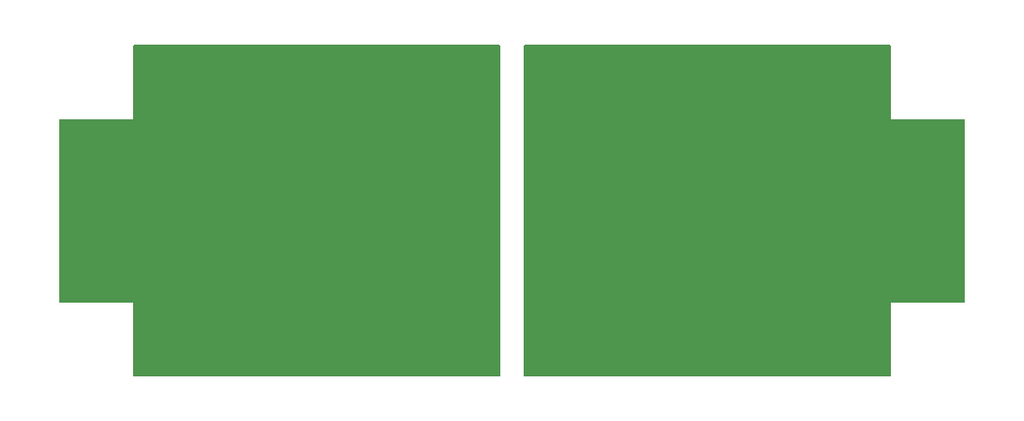
<source format=gbr>
%TF.GenerationSoftware,KiCad,Pcbnew,6.0.1-79c1e3a40b~116~ubuntu20.04.1*%
%TF.CreationDate,2022-10-25T20:32:08+09:00*%
%TF.ProjectId,HV-terminal-branch-board-2-2,48562d74-6572-46d6-996e-616c2d627261,1.0*%
%TF.SameCoordinates,Original*%
%TF.FileFunction,Copper,L1,Top*%
%TF.FilePolarity,Positive*%
%FSLAX46Y46*%
G04 Gerber Fmt 4.6, Leading zero omitted, Abs format (unit mm)*
G04 Created by KiCad (PCBNEW 6.0.1-79c1e3a40b~116~ubuntu20.04.1) date 2022-10-25 20:32:08*
%MOMM*%
%LPD*%
G01*
G04 APERTURE LIST*
%TA.AperFunction,ConnectorPad*%
%ADD10C,12.800000*%
%TD*%
%TA.AperFunction,ComponentPad*%
%ADD11C,6.800000*%
%TD*%
%TA.AperFunction,ViaPad*%
%ADD12C,0.800000*%
%TD*%
%TA.AperFunction,Conductor*%
%ADD13C,6.000000*%
%TD*%
G04 APERTURE END LIST*
D10*
%TO.P,J4,1,Pin_1*%
%TO.N,VBAT-*%
X145000000Y-83000000D03*
D11*
X145000000Y-83000000D03*
%TD*%
%TO.P,J2,1,Pin_1*%
%TO.N,VBAT+*%
X95000000Y-83000000D03*
D10*
X95000000Y-83000000D03*
%TD*%
%TO.P,J8,1,Pin_1*%
%TO.N,VBAT-*%
X129000000Y-83000000D03*
D11*
X129000000Y-83000000D03*
%TD*%
D10*
%TO.P,J5,1,Pin_1*%
%TO.N,VBAT+*%
X95000000Y-67000000D03*
D11*
X95000000Y-67000000D03*
%TD*%
%TO.P,J1,1,Pin_1*%
%TO.N,VBAT+*%
X111000000Y-67000000D03*
D10*
X111000000Y-67000000D03*
%TD*%
%TO.P,J3,1,Pin_1*%
%TO.N,VBAT-*%
X145000000Y-67000000D03*
D11*
X145000000Y-67000000D03*
%TD*%
%TO.P,J6,1,Pin_1*%
%TO.N,VBAT+*%
X111000000Y-83000000D03*
D10*
X111000000Y-83000000D03*
%TD*%
%TO.P,J7,1,Pin_1*%
%TO.N,VBAT-*%
X129000000Y-67000000D03*
D11*
X129000000Y-67000000D03*
%TD*%
D12*
%TO.N,VBAT-*%
X135000000Y-87500000D03*
%TO.N,VBAT+*%
X105000000Y-87500000D03*
%TO.N,VBAT-*%
X134984806Y-77494289D03*
X137484806Y-87494289D03*
X137500000Y-85000000D03*
X137484806Y-82494289D03*
X139984806Y-77494289D03*
X137500000Y-80000000D03*
X137484806Y-77494289D03*
%TO.N,VBAT+*%
X99974867Y-77457791D03*
X104992007Y-77496210D03*
X102492007Y-87496210D03*
X102480423Y-82468903D03*
X102488416Y-84972693D03*
X102492007Y-77496210D03*
X102500000Y-80000000D03*
X87500000Y-65000000D03*
X107507993Y-75003790D03*
X87500000Y-87500000D03*
X85000000Y-82500000D03*
X114996248Y-74964918D03*
X87500000Y-82500000D03*
X85000000Y-70000000D03*
X87500000Y-67500000D03*
X102500000Y-65000000D03*
X82500000Y-67500000D03*
X85000000Y-72500000D03*
X117500000Y-87500000D03*
X102500000Y-70000000D03*
X87500000Y-62500000D03*
X82500000Y-77500000D03*
X105000000Y-75000000D03*
X87500000Y-85000000D03*
X85000000Y-75000000D03*
X100000000Y-72500000D03*
X104949374Y-72492625D03*
X82500000Y-70000000D03*
X117500000Y-77500000D03*
X87500000Y-80000000D03*
X82500000Y-80000000D03*
X87500000Y-77500000D03*
X94992007Y-74996210D03*
X102507993Y-75003790D03*
X92500000Y-75000000D03*
X82500000Y-82500000D03*
X117500000Y-62500000D03*
X90000000Y-75000000D03*
X117504241Y-74968708D03*
X87500000Y-72500000D03*
X82500000Y-72500000D03*
X110000000Y-75000000D03*
X112507993Y-75003790D03*
X102500000Y-72500000D03*
X87500000Y-75000000D03*
X100000000Y-75000000D03*
X102500000Y-62500000D03*
X117453958Y-72492625D03*
X90000000Y-72500000D03*
X102500000Y-67500000D03*
X90000000Y-77500000D03*
X85000000Y-77500000D03*
X85000000Y-80000000D03*
X85000000Y-67500000D03*
X87500000Y-70000000D03*
X82500000Y-75000000D03*
X97500000Y-75000000D03*
%TO.N,VBAT-*%
X127500000Y-75000000D03*
X152507993Y-65003790D03*
X154974023Y-79999999D03*
X154992535Y-75003789D03*
X122500000Y-77500000D03*
X152484542Y-74999999D03*
X142500000Y-75000000D03*
X125007993Y-75003790D03*
X122500000Y-75000000D03*
X157500000Y-75000000D03*
X137484806Y-72494289D03*
X152507993Y-70003790D03*
X154974023Y-82489104D03*
X155000000Y-77500000D03*
X152503808Y-67473892D03*
X154974023Y-69959206D03*
X130007993Y-75003790D03*
X152503808Y-62495684D03*
X152503808Y-82492894D03*
X154974023Y-67470102D03*
X137484806Y-62495684D03*
X134976813Y-72490499D03*
X157482016Y-72494289D03*
X150000000Y-77500000D03*
X154974023Y-72490499D03*
X140000000Y-72500000D03*
X157482016Y-67473892D03*
X135007993Y-75003790D03*
X152503808Y-87471102D03*
X137500000Y-75000000D03*
X157507993Y-77503790D03*
X137507993Y-67503790D03*
X140007993Y-75003790D03*
X157482016Y-80003789D03*
X157482016Y-82492894D03*
X152503808Y-72494289D03*
X152503808Y-84981998D03*
X137507993Y-70003790D03*
X132500000Y-75000000D03*
X122500000Y-62500000D03*
X137507993Y-65003790D03*
X122500000Y-72500000D03*
X157482016Y-69962996D03*
X149995815Y-72490499D03*
X150007993Y-75003790D03*
X122500000Y-87500000D03*
X152507993Y-77503790D03*
X145007993Y-75003790D03*
X152503808Y-80003789D03*
X147500000Y-75000000D03*
%TD*%
D13*
%TO.N,VBAT-*%
X129000000Y-83000000D02*
X129000000Y-67000000D01*
X145000000Y-83000000D02*
X129000000Y-83000000D01*
X145000000Y-67000000D02*
X145000000Y-83000000D01*
X129000000Y-67000000D02*
X145000000Y-67000000D01*
%TO.N,VBAT+*%
X95000000Y-83000000D02*
X111000000Y-83000000D01*
X111000000Y-67000000D02*
X95000000Y-67000000D01*
X111000000Y-83000000D02*
X111000000Y-67000000D01*
X95000000Y-83000000D02*
X95000000Y-67000000D01*
%TD*%
%TA.AperFunction,Conductor*%
%TO.N,VBAT-*%
G36*
X152942121Y-60528002D02*
G01*
X152988614Y-60581658D01*
X153000000Y-60634000D01*
X153000000Y-67000000D01*
X159366000Y-67000000D01*
X159434121Y-67020002D01*
X159480614Y-67073658D01*
X159492000Y-67126000D01*
X159492000Y-82874000D01*
X159471998Y-82942121D01*
X159418342Y-82988614D01*
X159366000Y-83000000D01*
X153000000Y-83000000D01*
X153000000Y-89366000D01*
X152979998Y-89434121D01*
X152926342Y-89480614D01*
X152874000Y-89492000D01*
X121126000Y-89492000D01*
X121057879Y-89471998D01*
X121011386Y-89418342D01*
X121000000Y-89366000D01*
X121000000Y-60634000D01*
X121020002Y-60565879D01*
X121073658Y-60519386D01*
X121126000Y-60508000D01*
X152874000Y-60508000D01*
X152942121Y-60528002D01*
G37*
%TD.AperFunction*%
%TD*%
%TA.AperFunction,Conductor*%
%TO.N,VBAT+*%
G36*
X118942121Y-60528002D02*
G01*
X118988614Y-60581658D01*
X119000000Y-60634000D01*
X119000000Y-89366000D01*
X118979998Y-89434121D01*
X118926342Y-89480614D01*
X118874000Y-89492000D01*
X87126000Y-89492000D01*
X87057879Y-89471998D01*
X87011386Y-89418342D01*
X87000000Y-89366000D01*
X87000000Y-83000000D01*
X80634000Y-83000000D01*
X80565879Y-82979998D01*
X80519386Y-82926342D01*
X80508000Y-82874000D01*
X80508000Y-67126000D01*
X80528002Y-67057879D01*
X80581658Y-67011386D01*
X80634000Y-67000000D01*
X87000000Y-67000000D01*
X87000000Y-60634000D01*
X87020002Y-60565879D01*
X87073658Y-60519386D01*
X87126000Y-60508000D01*
X118874000Y-60508000D01*
X118942121Y-60528002D01*
G37*
%TD.AperFunction*%
%TD*%
M02*

</source>
